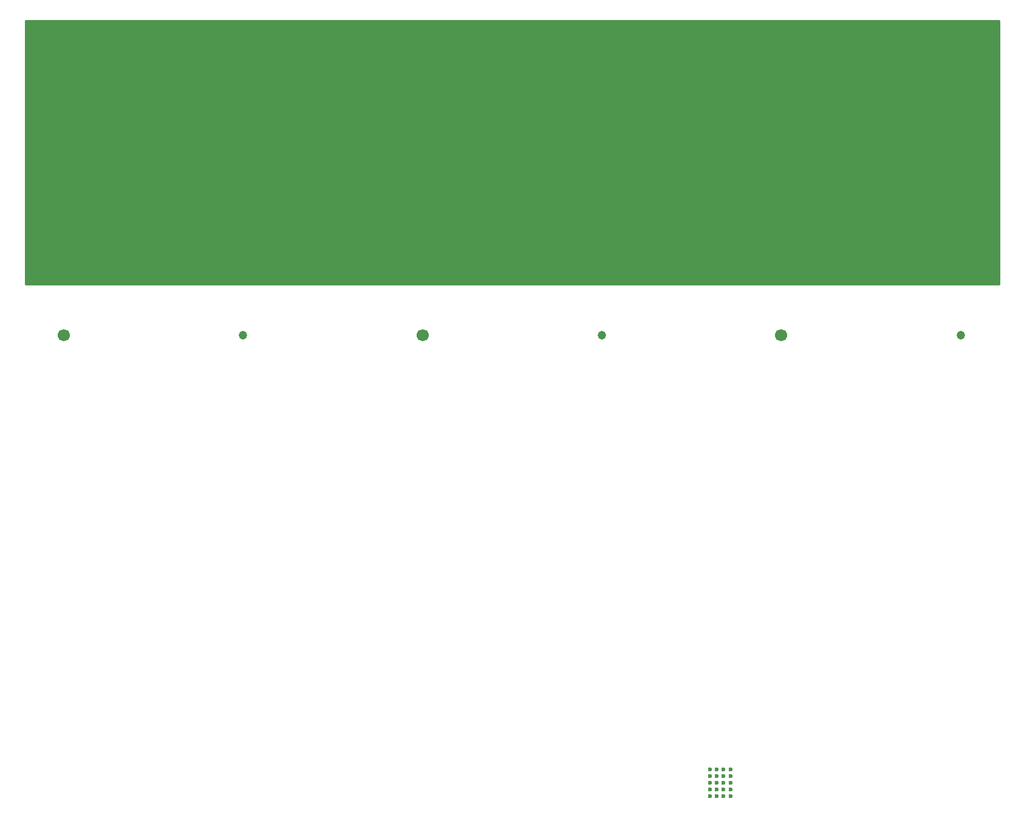
<source format=gbr>
%TF.GenerationSoftware,KiCad,Pcbnew,5.1.6-c6e7f7d~86~ubuntu18.04.1*%
%TF.CreationDate,2020-06-01T18:26:28-05:00*%
%TF.ProjectId,AP2100,41503231-3030-42e6-9b69-6361645f7063,rev?*%
%TF.SameCoordinates,Original*%
%TF.FileFunction,Soldermask,Bot*%
%TF.FilePolarity,Negative*%
%FSLAX46Y46*%
G04 Gerber Fmt 4.6, Leading zero omitted, Abs format (unit mm)*
G04 Created by KiCad (PCBNEW 5.1.6-c6e7f7d~86~ubuntu18.04.1) date 2020-06-01 18:26:28*
%MOMM*%
%LPD*%
G01*
G04 APERTURE LIST*
%ADD10C,1.200000*%
%ADD11C,1.700000*%
%ADD12C,0.599999*%
%ADD13C,0.254000*%
G04 APERTURE END LIST*
D10*
%TO.C,J3*%
X137500000Y-60000000D03*
D11*
X112500000Y-60000000D03*
%TD*%
D10*
%TO.C,J2*%
X87500000Y-60000000D03*
D11*
X62500000Y-60000000D03*
%TD*%
D10*
%TO.C,J1*%
X37500000Y-60000000D03*
D11*
X12500000Y-60000000D03*
%TD*%
D12*
%TO.C,U1*%
X103525000Y-121449999D03*
X103525000Y-123350001D03*
X103525000Y-122400000D03*
X104475000Y-122400000D03*
X104475000Y-123350001D03*
X104475000Y-121449999D03*
X104475000Y-120499999D03*
X103525000Y-120499999D03*
X103525000Y-124300001D03*
X104475000Y-124300001D03*
X105425001Y-124300001D03*
X105425001Y-120499999D03*
X105425001Y-121449999D03*
X105425001Y-123350001D03*
X105425001Y-122400000D03*
X102574999Y-122400000D03*
X102574999Y-123350001D03*
X102574999Y-121449999D03*
X102574999Y-120499999D03*
X102574999Y-124300001D03*
%TD*%
D13*
G36*
X142873000Y-52873000D02*
G01*
X7127000Y-52873000D01*
X7127000Y-16127000D01*
X142873000Y-16127000D01*
X142873000Y-52873000D01*
G37*
X142873000Y-52873000D02*
X7127000Y-52873000D01*
X7127000Y-16127000D01*
X142873000Y-16127000D01*
X142873000Y-52873000D01*
M02*

</source>
